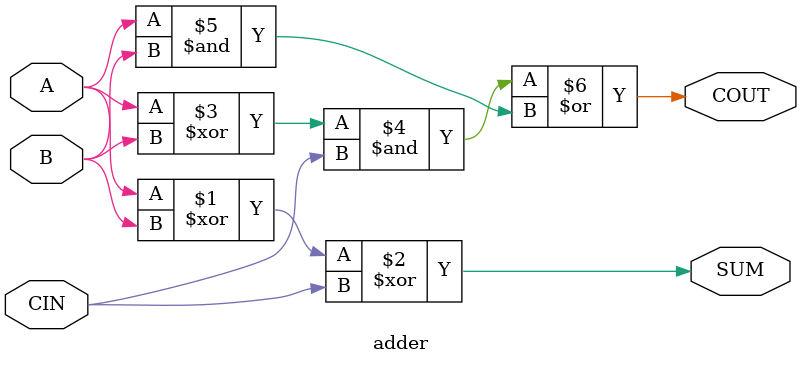
<source format=v>
module adder(
    input A,
    input B,
    input CIN,
    output SUM, 
    output COUT
);

assign SUM = (A ^ B) ^ (CIN);
assign COUT = ((A ^ B) & CIN) | (A & B);

endmodule
</source>
